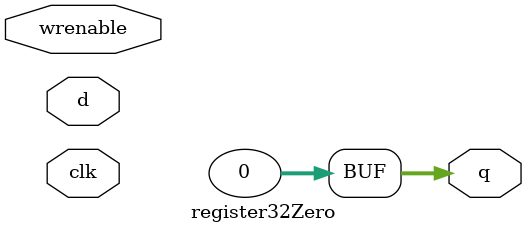
<source format=v>
module register32Zero
(
output[31:0]   q,
input[31:0]    d,
input       wrenable,
input       clk
);
    
    assign q = 32'b0; //don't have to worry about clk
     
endmodule
</source>
